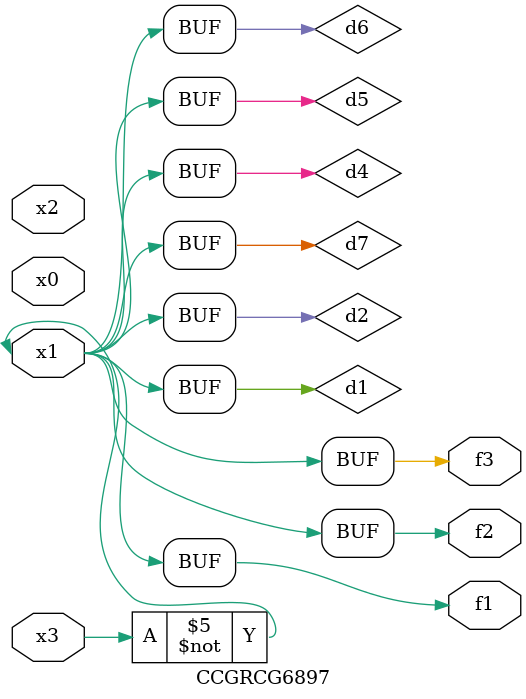
<source format=v>
module CCGRCG6897(
	input x0, x1, x2, x3,
	output f1, f2, f3
);

	wire d1, d2, d3, d4, d5, d6, d7;

	not (d1, x3);
	buf (d2, x1);
	xnor (d3, d1, d2);
	nor (d4, d1);
	buf (d5, d1, d2);
	buf (d6, d4, d5);
	nand (d7, d4);
	assign f1 = d6;
	assign f2 = d7;
	assign f3 = d6;
endmodule

</source>
